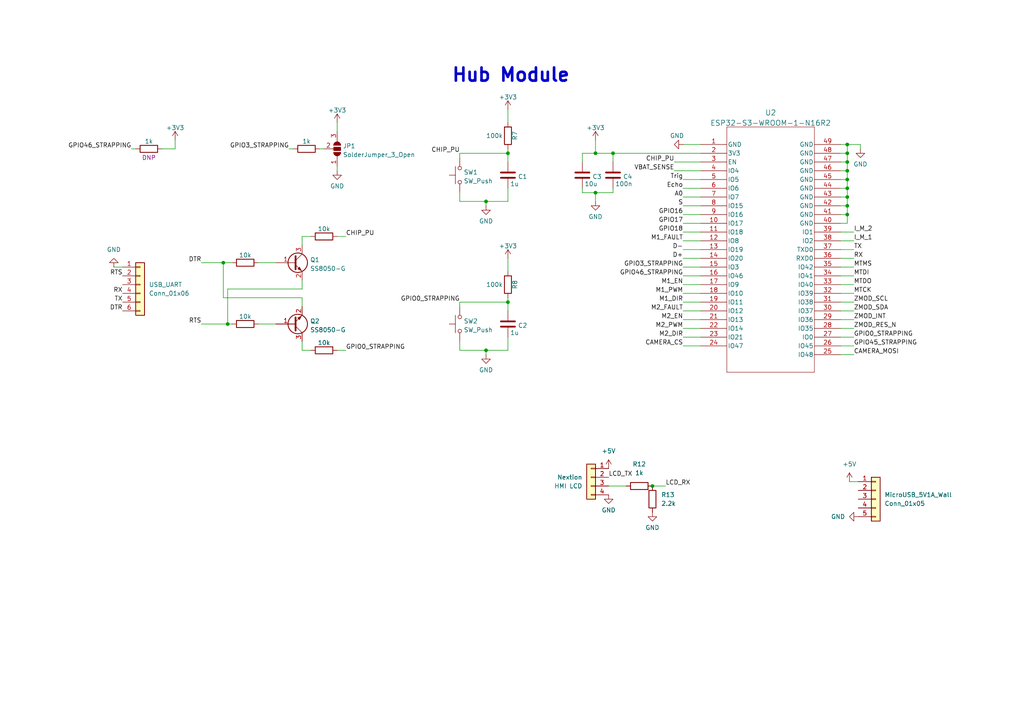
<source format=kicad_sch>
(kicad_sch (version 20230121) (generator eeschema)
  (paper "A4")
  (lib_symbols
    (symbol "Connector_Generic:Conn_01x04" (pin_names (offset 1.016) hide)
      (property "Reference" "J" (at 0 5.08 0))
      (property "Value" "Conn_01x04" (at 0 -7.62 0))
      (symbol "Conn_01x04_1_1"
        (rectangle (start -1.27 -4.953) (end 0 -5.207) (stroke (width 0.1524)))
        (rectangle (start -1.27 -2.413) (end 0 -2.667) (stroke (width 0.1524)))
        (rectangle (start -1.27 0.127) (end 0 -0.127) (stroke (width 0.1524)))
        (rectangle (start -1.27 2.667) (end 0 2.413) (stroke (width 0.1524)))
        (rectangle (start -1.27 3.81) (end 1.27 -6.35) (stroke (width 0.254)) (fill (type background)))
        (pin passive line (at -5.08 2.54 0) (length 3.81) (name "Pin_1") (number "1"))
        (pin passive line (at -5.08 0 0) (length 3.81) (name "Pin_2") (number "2"))
        (pin passive line (at -5.08 -2.54 0) (length 3.81) (name "Pin_3") (number "3"))
        (pin passive line (at -5.08 -5.08 0) (length 3.81) (name "Pin_4") (number "4"))
      )
    )
    (symbol "Connector_Generic:Conn_01x05" (pin_names (offset 1.016) hide)
      (property "Reference" "J" (at 0 7.62 0))
      (property "Value" "Conn_01x05" (at 0 -7.62 0))
      (symbol "Conn_01x05_1_1"
        (rectangle (start -1.27 -4.953) (end 0 -5.207) (stroke (width 0.1524)))
        (rectangle (start -1.27 -2.413) (end 0 -2.667) (stroke (width 0.1524)))
        (rectangle (start -1.27 0.127) (end 0 -0.127) (stroke (width 0.1524)))
        (rectangle (start -1.27 2.667) (end 0 2.413) (stroke (width 0.1524)))
        (rectangle (start -1.27 5.207) (end 0 4.953) (stroke (width 0.1524)))
        (rectangle (start -1.27 6.35) (end 1.27 -6.35) (stroke (width 0.254)) (fill (type background)))
        (pin passive line (at -5.08 5.08 0) (length 3.81) (name "Pin_1") (number "1"))
        (pin passive line (at -5.08 2.54 0) (length 3.81) (name "Pin_2") (number "2"))
        (pin passive line (at -5.08 0 0) (length 3.81) (name "Pin_3") (number "3"))
        (pin passive line (at -5.08 -2.54 0) (length 3.81) (name "Pin_4") (number "4"))
        (pin passive line (at -5.08 -5.08 0) (length 3.81) (name "Pin_5") (number "5"))
      )
    )
    (symbol "Connector_Generic:Conn_01x06" (pin_names (offset 1.016) hide)
      (property "Reference" "J" (at 0 7.62 0))
      (property "Value" "Conn_01x06" (at 0 -10.16 0))
      (symbol "Conn_01x06_1_1"
        (rectangle (start -1.27 -7.493) (end 0 -7.747) (stroke (width 0.1524)))
        (rectangle (start -1.27 -4.953) (end 0 -5.207) (stroke (width 0.1524)))
        (rectangle (start -1.27 -2.413) (end 0 -2.667) (stroke (width 0.1524)))
        (rectangle (start -1.27 0.127) (end 0 -0.127) (stroke (width 0.1524)))
        (rectangle (start -1.27 2.667) (end 0 2.413) (stroke (width 0.1524)))
        (rectangle (start -1.27 5.207) (end 0 4.953) (stroke (width 0.1524)))
        (rectangle (start -1.27 6.35) (end 1.27 -8.89) (stroke (width 0.254)) (fill (type background)))
        (pin passive line (at -5.08 5.08 0) (length 3.81) (name "Pin_1") (number "1"))
        (pin passive line (at -5.08 2.54 0) (length 3.81) (name "Pin_2") (number "2"))
        (pin passive line (at -5.08 0 0) (length 3.81) (name "Pin_3") (number "3"))
        (pin passive line (at -5.08 -2.54 0) (length 3.81) (name "Pin_4") (number "4"))
        (pin passive line (at -5.08 -5.08 0) (length 3.81) (name "Pin_5") (number "5"))
        (pin passive line (at -5.08 -7.62 0) (length 3.81) (name "Pin_6") (number "6"))
      )
    )
    (symbol "Device:Q_NPN_BEC" (pin_names (offset 0) hide)
      (property "Reference" "Q" (at 5.08 1.27 0))
      (property "Value" "Q_NPN_BEC" (at 5.08 -1.27 0))
      (symbol "Q_NPN_BEC_0_1"
        (polyline (pts (xy 0.635 0.635) (xy 2.54 2.54)))
        (polyline (pts (xy 0.635 -0.635) (xy 2.54 -2.54) (xy 2.54 -2.54)))
        (polyline (pts (xy 0.635 1.905) (xy 0.635 -1.905) (xy 0.635 -1.905)) (stroke (width 0.508)))
        (polyline (pts (xy 1.27 -1.778) (xy 1.778 -1.27) (xy 2.286 -2.286) (xy 1.27 -1.778) (xy 1.27 -1.778)) (fill (type outline)))
        (circle (center 1.27 0) (radius 2.8194) (stroke (width 0.254)))
      )
      (symbol "Q_NPN_BEC_1_1"
        (pin input line (at -5.08 0 0) (length 5.715) (name "B") (number "1"))
        (pin passive line (at 2.54 -5.08 90) (length 2.54) (name "E") (number "2"))
        (pin passive line (at 2.54 5.08 270) (length 2.54) (name "C") (number "3"))
      )
    )
    (symbol "Device:R" (pin_numbers hide) (pin_names (offset 0))
      (property "Reference" "R" (at 2.032 0 90))
      (property "Value" "R" (at 0 0 90))
      (symbol "R_0_1"
        (rectangle (start -1.016 -2.54) (end 1.016 2.54) (stroke (width 0.254)))
      )
      (symbol "R_1_1"
        (pin passive line (at 0 3.81 270) (length 1.27) (name "~") (number "1"))
        (pin passive line (at 0 -3.81 90) (length 1.27) (name "~") (number "2"))
      )
    )
    (symbol "Jumper:SolderJumper_3_Open" (pin_names (offset 0) hide)
      (property "Reference" "JP" (at -2.54 -2.54 0))
      (property "Value" "SolderJumper_3_Open" (at 0 2.794 0))
      (symbol "SolderJumper_3_Open_0_1"
        (arc (start -1.016 1.016) (mid -2.0276 0) (end -1.016 -1.016))
        (arc (start -1.016 1.016) (mid -2.0276 0) (end -1.016 -1.016) (fill (type outline)))
        (rectangle (start -0.508 1.016) (end 0.508 -1.016) (fill (type outline)))
        (polyline (pts (xy -2.54 0) (xy -2.032 0)))
        (polyline (pts (xy -1.016 1.016) (xy -1.016 -1.016)))
        (polyline (pts (xy 0 -1.27) (xy 0 -1.016)))
        (polyline (pts (xy 1.016 1.016) (xy 1.016 -1.016)))
        (polyline (pts (xy 2.54 0) (xy 2.032 0)))
        (arc (start 1.016 -1.016) (mid 2.0276 0) (end 1.016 1.016))
        (arc (start 1.016 -1.016) (mid 2.0276 0) (end 1.016 1.016) (fill (type outline)))
      )
      (symbol "SolderJumper_3_Open_1_1"
        (pin passive line (at -5.08 0 0) (length 2.54) (name "A") (number "1"))
        (pin passive line (at 0 -3.81 90) (length 2.54) (name "C") (number "2"))
        (pin passive line (at 5.08 0 180) (length 2.54) (name "B") (number "3"))
      )
    )
    (symbol "Switch:SW_Push" (pin_numbers hide) (pin_names (offset 1.016) hide)
      (property "Reference" "SW" (at 1.27 2.54 0))
      (property "Value" "SW_Push" (at 0 -1.524 0))
      (symbol "SW_Push_0_1"
        (circle (center -2.032 0) (radius 0.508))
        (polyline (pts (xy 0 1.27) (xy 0 3.048)))
        (polyline (pts (xy 2.54 1.27) (xy -2.54 1.27)))
        (circle (center 2.032 0) (radius 0.508))
        (pin passive line (at -5.08 0 0) (length 2.54) (name "1") (number "1"))
        (pin passive line (at 5.08 0 180) (length 2.54) (name "2") (number "2"))
      )
    )
    (symbol "basic:C" (pin_numbers hide) (pin_names (offset 0.254))
      (property "Reference" "C" (at 0.635 2.54 0))
      (symbol "C_0_1"
        (polyline (pts (xy -2.032 -0.762) (xy 2.032 -0.762)) (stroke (width 0.508)))
        (polyline (pts (xy -2.032 0.762) (xy 2.032 0.762)) (stroke (width 0.508)))
      )
      (symbol "C_1_1"
        (pin passive line (at 0 3.81 270) (length 2.794) (name "~") (number "1"))
        (pin passive line (at 0 -3.81 90) (length 2.794) (name "~") (number "2"))
      )
    )
    (symbol "basic:R" (pin_numbers hide) (pin_names (offset 0))
      (property "Value" "R" (at 0 0 90))
      (symbol "R_0_1"
        (rectangle (start -1.016 -2.54) (end 1.016 2.54) (stroke (width 0.254)))
      )
      (symbol "R_1_1"
        (pin passive line (at 0 3.81 270) (length 1.27) (name "~") (number "1"))
        (pin passive line (at 0 -3.81 90) (length 1.27) (name "~") (number "2"))
      )
    )
    (symbol "local_symbols:ESP32-S3-WROOM-1-N16R2" (pin_names (offset 0.254))
      (property "Reference" "U" (at 20.32 10.16 0))
      (property "Value" "ESP32-S3-WROOM-1-N16R2" (at 20.32 7.62 0))
      (symbol "ESP32-S3-WROOM-1-N16R2_0_1"
        (polyline (pts (xy 7.62 -66.04) (xy 33.02 -66.04)) (stroke (width 0.127)))
        (polyline (pts (xy 7.62 5.08) (xy 7.62 -66.04)) (stroke (width 0.127)))
        (polyline (pts (xy 33.02 -66.04) (xy 33.02 5.08)) (stroke (width 0.127)))
        (polyline (pts (xy 33.02 5.08) (xy 7.62 5.08)) (stroke (width 0.127)))
        (pin power_out line (at 0 0 0) (length 7.62) (name "GND") (number "1"))
        (pin bidirectional line (at 0 -22.86 0) (length 7.62) (name "IO17") (number "10"))
        (pin bidirectional line (at 0 -25.4 0) (length 7.62) (name "IO18") (number "11"))
        (pin bidirectional line (at 0 -27.94 0) (length 7.62) (name "IO8") (number "12"))
        (pin bidirectional line (at 0 -30.48 0) (length 7.62) (name "IO19") (number "13"))
        (pin bidirectional line (at 0 -33.02 0) (length 7.62) (name "IO20") (number "14"))
        (pin bidirectional line (at 0 -35.56 0) (length 7.62) (name "IO3") (number "15"))
        (pin bidirectional line (at 0 -38.1 0) (length 7.62) (name "IO46") (number "16"))
        (pin bidirectional line (at 0 -40.64 0) (length 7.62) (name "IO9") (number "17"))
        (pin bidirectional line (at 0 -43.18 0) (length 7.62) (name "IO10") (number "18"))
        (pin bidirectional line (at 0 -45.72 0) (length 7.62) (name "IO11") (number "19"))
        (pin power_in line (at 0 -2.54 0) (length 7.62) (name "3V3") (number "2"))
        (pin bidirectional line (at 0 -48.26 0) (length 7.62) (name "IO12") (number "20"))
        (pin bidirectional line (at 0 -50.8 0) (length 7.62) (name "IO13") (number "21"))
        (pin bidirectional line (at 0 -53.34 0) (length 7.62) (name "IO14") (number "22"))
        (pin bidirectional line (at 0 -55.88 0) (length 7.62) (name "IO21") (number "23"))
        (pin bidirectional line (at 0 -58.42 0) (length 7.62) (name "IO47") (number "24"))
        (pin bidirectional line (at 40.64 -60.96 180) (length 7.62) (name "IO48") (number "25"))
        (pin bidirectional line (at 40.64 -58.42 180) (length 7.62) (name "IO45") (number "26"))
        (pin bidirectional line (at 40.64 -55.88 180) (length 7.62) (name "IO0") (number "27"))
        (pin bidirectional line (at 40.64 -53.34 180) (length 7.62) (name "IO35") (number "28"))
        (pin bidirectional line (at 40.64 -50.8 180) (length 7.62) (name "IO36") (number "29"))
        (pin input line (at 0 -5.08 0) (length 7.62) (name "EN") (number "3"))
        (pin bidirectional line (at 40.64 -48.26 180) (length 7.62) (name "IO37") (number "30"))
        (pin bidirectional line (at 40.64 -45.72 180) (length 7.62) (name "IO38") (number "31"))
        (pin bidirectional line (at 40.64 -43.18 180) (length 7.62) (name "IO39") (number "32"))
        (pin bidirectional line (at 40.64 -40.64 180) (length 7.62) (name "IO40") (number "33"))
        (pin bidirectional line (at 40.64 -38.1 180) (length 7.62) (name "IO41") (number "34"))
        (pin bidirectional line (at 40.64 -35.56 180) (length 7.62) (name "IO42") (number "35"))
        (pin bidirectional line (at 40.64 -33.02 180) (length 7.62) (name "RXD0") (number "36"))
        (pin bidirectional line (at 40.64 -30.48 180) (length 7.62) (name "TXD0") (number "37"))
        (pin bidirectional line (at 40.64 -27.94 180) (length 7.62) (name "IO2") (number "38"))
        (pin bidirectional line (at 40.64 -25.4 180) (length 7.62) (name "IO1") (number "39"))
        (pin bidirectional line (at 0 -7.62 0) (length 7.62) (name "IO4") (number "4"))
        (pin power_out line (at 40.64 -22.86 180) (length 7.62) (name "GND") (number "40"))
        (pin power_out line (at 40.64 -20.32 180) (length 7.62) (name "GND") (number "41"))
        (pin power_out line (at 40.64 -17.78 180) (length 7.62) (name "GND") (number "42"))
        (pin power_out line (at 40.64 -15.24 180) (length 7.62) (name "GND") (number "43"))
        (pin power_out line (at 40.64 -12.7 180) (length 7.62) (name "GND") (number "44"))
        (pin power_out line (at 40.64 -10.16 180) (length 7.62) (name "GND") (number "45"))
        (pin power_out line (at 40.64 -7.62 180) (length 7.62) (name "GND") (number "46"))
        (pin power_out line (at 40.64 -5.08 180) (length 7.62) (name "GND") (number "47"))
        (pin power_out line (at 40.64 -2.54 180) (length 7.62) (name "GND") (number "48"))
        (pin power_out line (at 40.64 0 180) (length 7.62) (name "GND") (number "49"))
        (pin bidirectional line (at 0 -10.16 0) (length 7.62) (name "IO5") (number "5"))
        (pin bidirectional line (at 0 -12.7 0) (length 7.62) (name "IO6") (number "6"))
        (pin bidirectional line (at 0 -15.24 0) (length 7.62) (name "IO7") (number "7"))
        (pin bidirectional line (at 0 -17.78 0) (length 7.62) (name "IO15") (number "8"))
        (pin bidirectional line (at 0 -20.32 0) (length 7.62) (name "IO16") (number "9"))
      )
    )
    (symbol "power:+3V3" (power) (pin_names (offset 0))
      (property "Value" "+3V3" (at 0 3.556 0))
      (symbol "+3V3_0_1"
        (polyline (pts (xy -0.762 1.27) (xy 0 2.54)))
        (polyline (pts (xy 0 0) (xy 0 2.54)))
        (polyline (pts (xy 0 2.54) (xy 0.762 1.27)))
      )
      (symbol "+3V3_1_1"
        (pin power_in line (at 0 0 90) (length 0) hide (name "+3V3") (number "1"))
      )
    )
    (symbol "power:+5V" (power) (pin_names (offset 0))
      (property "Value" "+5V" (at 0 3.556 0))
      (symbol "+5V_0_1"
        (polyline (pts (xy -0.762 1.27) (xy 0 2.54)))
        (polyline (pts (xy 0 0) (xy 0 2.54)))
        (polyline (pts (xy 0 2.54) (xy 0.762 1.27)))
      )
      (symbol "+5V_1_1"
        (pin power_in line (at 0 0 90) (length 0) hide (name "+5V") (number "1"))
      )
    )
    (symbol "power:GND" (power) (pin_names (offset 0))
      (property "Value" "GND" (at 0 -3.81 0))
      (symbol "GND_0_1"
        (polyline (pts (xy 0 0) (xy 0 -1.27) (xy 1.27 -1.27) (xy 0 -2.54) (xy -1.27 -1.27) (xy 0 -1.27)))
      )
      (symbol "GND_1_1"
        (pin power_in line (at 0 0 270) (length 0) hide (name "GND") (number "1"))
      )
    )
  )
  (junction (at 245.745 62.23))
  (junction (at 245.745 59.69))
  (junction (at 245.745 57.15))
  (junction (at 189.23 140.97))
  (junction (at 245.745 49.53))
  (junction (at 140.97 58.42))
  (junction (at 172.72 55.88))
  (junction (at 245.745 44.45))
  (junction (at 172.72 44.45))
  (junction (at 245.745 46.99))
  (junction (at 245.745 52.07))
  (junction (at 147.32 44.45))
  (junction (at 66.04 93.98))
  (junction (at 245.745 54.61))
  (junction (at 147.32 87.63))
  (junction (at 140.97 101.6))
  (junction (at 177.8 44.45))
  (junction (at 64.77 76.2))
  (junction (at 245.745 41.91))
  (wire (pts (xy 177.8 54.61) (xy 177.8 55.88)))
  (wire (pts (xy 87.63 68.58) (xy 87.63 71.12)))
  (wire (pts (xy 245.745 54.61) (xy 245.745 52.07)))
  (wire (pts (xy 133.35 58.42) (xy 140.97 58.42)))
  (wire (pts (xy 97.79 101.6) (xy 100.33 101.6)))
  (wire (pts (xy 97.79 35.56) (xy 97.79 38.1)))
  (wire (pts (xy 87.63 81.28) (xy 87.63 83.82)))
  (wire (pts (xy 177.8 44.45) (xy 203.2 44.45)))
  (wire (pts (xy 198.12 67.31) (xy 203.2 67.31)))
  (wire (pts (xy 147.32 31.75) (xy 147.32 35.56)))
  (wire (pts (xy 64.77 76.2) (xy 67.31 76.2)))
  (wire (pts (xy 97.79 68.58) (xy 100.33 68.58)))
  (wire (pts (xy 147.32 43.18) (xy 147.32 44.45)))
  (wire (pts (xy 243.84 74.93) (xy 247.65 74.93)))
  (wire (pts (xy 133.35 88.9) (xy 133.35 87.63)))
  (wire (pts (xy 195.58 49.53) (xy 203.2 49.53)))
  (wire (pts (xy 243.84 62.23) (xy 245.745 62.23)))
  (wire (pts (xy 243.84 90.17) (xy 247.65 90.17)))
  (wire (pts (xy 243.84 102.87) (xy 247.65 102.87)))
  (wire (pts (xy 133.35 99.06) (xy 133.35 101.6)))
  (wire (pts (xy 198.12 41.91) (xy 203.2 41.91)))
  (wire (pts (xy 243.84 64.77) (xy 245.745 64.77)))
  (wire (pts (xy 92.71 43.18) (xy 93.98 43.18)))
  (wire (pts (xy 46.99 43.18) (xy 50.8 43.18)))
  (wire (pts (xy 243.84 54.61) (xy 245.745 54.61)))
  (wire (pts (xy 243.84 49.53) (xy 245.745 49.53)))
  (wire (pts (xy 243.84 87.63) (xy 247.65 87.63)))
  (wire (pts (xy 198.12 72.39) (xy 203.2 72.39)))
  (wire (pts (xy 172.72 55.88) (xy 172.72 58.42)))
  (wire (pts (xy 243.84 59.69) (xy 245.745 59.69)))
  (wire (pts (xy 198.12 100.33) (xy 203.2 100.33)))
  (wire (pts (xy 198.12 80.01) (xy 203.2 80.01)))
  (wire (pts (xy 90.17 68.58) (xy 87.63 68.58)))
  (wire (pts (xy 87.63 83.82) (xy 66.04 83.82)))
  (wire (pts (xy 147.32 44.45) (xy 147.32 46.99)))
  (wire (pts (xy 74.93 93.98) (xy 80.01 93.98)))
  (wire (pts (xy 87.63 88.9) (xy 87.63 86.36)))
  (wire (pts (xy 198.12 85.09) (xy 203.2 85.09)))
  (wire (pts (xy 147.32 97.79) (xy 147.32 101.6)))
  (wire (pts (xy 245.745 59.69) (xy 245.745 57.15)))
  (wire (pts (xy 198.12 52.07) (xy 203.2 52.07)))
  (wire (pts (xy 243.84 46.99) (xy 245.745 46.99)))
  (wire (pts (xy 168.91 44.45) (xy 172.72 44.45)))
  (wire (pts (xy 198.12 69.85) (xy 203.2 69.85)))
  (wire (pts (xy 249.555 43.18) (xy 249.555 41.91)))
  (wire (pts (xy 133.35 45.72) (xy 133.35 44.45)))
  (wire (pts (xy 245.745 44.45) (xy 243.84 44.45)))
  (wire (pts (xy 243.84 69.85) (xy 247.65 69.85)))
  (wire (pts (xy 198.12 62.23) (xy 203.2 62.23)))
  (wire (pts (xy 147.32 58.42) (xy 140.97 58.42)))
  (wire (pts (xy 243.84 77.47) (xy 247.65 77.47)))
  (wire (pts (xy 198.12 54.61) (xy 203.2 54.61)))
  (wire (pts (xy 33.02 77.47) (xy 35.56 77.47)))
  (wire (pts (xy 83.82 43.18) (xy 85.09 43.18)))
  (wire (pts (xy 243.84 72.39) (xy 247.65 72.39)))
  (wire (pts (xy 147.32 74.93) (xy 147.32 78.74)))
  (wire (pts (xy 133.35 87.63) (xy 147.32 87.63)))
  (wire (pts (xy 38.1 43.18) (xy 39.37 43.18)))
  (wire (pts (xy 198.12 95.25) (xy 203.2 95.25)))
  (wire (pts (xy 140.97 58.42) (xy 140.97 59.69)))
  (wire (pts (xy 243.84 100.33) (xy 247.65 100.33)))
  (wire (pts (xy 58.42 93.98) (xy 66.04 93.98)))
  (wire (pts (xy 243.84 67.31) (xy 247.65 67.31)))
  (wire (pts (xy 243.84 95.25) (xy 247.65 95.25)))
  (wire (pts (xy 245.745 41.91) (xy 245.745 44.45)))
  (wire (pts (xy 147.32 87.63) (xy 147.32 90.17)))
  (wire (pts (xy 198.12 64.77) (xy 203.2 64.77)))
  (wire (pts (xy 147.32 86.36) (xy 147.32 87.63)))
  (wire (pts (xy 87.63 99.06) (xy 87.63 101.6)))
  (wire (pts (xy 147.32 101.6) (xy 140.97 101.6)))
  (wire (pts (xy 133.35 101.6) (xy 140.97 101.6)))
  (wire (pts (xy 198.12 77.47) (xy 203.2 77.47)))
  (wire (pts (xy 66.04 93.98) (xy 67.31 93.98)))
  (wire (pts (xy 172.72 55.88) (xy 177.8 55.88)))
  (wire (pts (xy 198.12 74.93) (xy 203.2 74.93)))
  (wire (pts (xy 147.32 54.61) (xy 147.32 58.42)))
  (wire (pts (xy 168.91 54.61) (xy 168.91 55.88)))
  (wire (pts (xy 189.23 140.97) (xy 193.04 140.97)))
  (wire (pts (xy 64.77 86.36) (xy 64.77 76.2)))
  (wire (pts (xy 140.97 101.6) (xy 140.97 102.87)))
  (wire (pts (xy 133.35 55.88) (xy 133.35 58.42)))
  (wire (pts (xy 245.745 52.07) (xy 245.745 49.53)))
  (wire (pts (xy 243.84 85.09) (xy 247.65 85.09)))
  (wire (pts (xy 243.84 41.91) (xy 245.745 41.91)))
  (wire (pts (xy 66.04 83.82) (xy 66.04 93.98)))
  (wire (pts (xy 195.58 46.99) (xy 203.2 46.99)))
  (wire (pts (xy 243.84 82.55) (xy 247.65 82.55)))
  (wire (pts (xy 245.745 41.91) (xy 249.555 41.91)))
  (wire (pts (xy 243.84 57.15) (xy 245.745 57.15)))
  (wire (pts (xy 245.745 64.77) (xy 245.745 62.23)))
  (wire (pts (xy 243.84 97.79) (xy 247.65 97.79)))
  (wire (pts (xy 172.72 44.45) (xy 177.8 44.45)))
  (wire (pts (xy 74.93 76.2) (xy 80.01 76.2)))
  (wire (pts (xy 168.91 46.99) (xy 168.91 44.45)))
  (wire (pts (xy 198.12 59.69) (xy 203.2 59.69)))
  (wire (pts (xy 97.79 48.26) (xy 97.79 49.53)))
  (wire (pts (xy 87.63 86.36) (xy 64.77 86.36)))
  (wire (pts (xy 198.12 82.55) (xy 203.2 82.55)))
  (wire (pts (xy 243.84 80.01) (xy 247.65 80.01)))
  (wire (pts (xy 245.745 57.15) (xy 245.745 54.61)))
  (wire (pts (xy 245.745 49.53) (xy 245.745 46.99)))
  (wire (pts (xy 168.91 55.88) (xy 172.72 55.88)))
  (wire (pts (xy 50.8 40.64) (xy 50.8 43.18)))
  (wire (pts (xy 243.84 52.07) (xy 245.745 52.07)))
  (wire (pts (xy 198.12 87.63) (xy 203.2 87.63)))
  (wire (pts (xy 198.12 90.17) (xy 203.2 90.17)))
  (wire (pts (xy 246.38 139.7) (xy 248.92 139.7)))
  (wire (pts (xy 58.42 76.2) (xy 64.77 76.2)))
  (wire (pts (xy 198.12 92.71) (xy 203.2 92.71)))
  (wire (pts (xy 177.8 44.45) (xy 177.8 46.99)))
  (wire (pts (xy 245.745 62.23) (xy 245.745 59.69)))
  (wire (pts (xy 87.63 101.6) (xy 90.17 101.6)))
  (wire (pts (xy 243.84 92.71) (xy 247.65 92.71)))
  (wire (pts (xy 198.12 97.79) (xy 203.2 97.79)))
  (wire (pts (xy 198.12 57.15) (xy 203.2 57.15)))
  (wire (pts (xy 133.35 44.45) (xy 147.32 44.45)))
  (wire (pts (xy 172.72 40.64) (xy 172.72 44.45)))
  (wire (pts (xy 181.61 140.97) (xy 176.53 140.97)))
  (wire (pts (xy 245.745 46.99) (xy 245.745 44.45)))
  (text "Hub Module\n" (at 130.81 24.13 0) (effects (font (size 3.81 3.81) (thickness 0.762) bold) (justify left bottom)))
  (label "CAMERA_MOSI" (at 247.65 102.87 0))
  (label "GPIO0_STRAPPING" (at 100.33 101.6 0))
  (label "Echo" (at 198.12 54.61 180))
  (label "CHIP_PU" (at 100.33 68.58 0))
  (label "RTS" (at 58.42 93.98 180))
  (label "LCD_RX" (at 193.04 140.97 0))
  (label "D+" (at 198.12 74.93 180))
  (label "GPIO0_STRAPPING" (at 133.35 87.63 180))
  (label "ZMOD_RES_N" (at 247.65 95.25 0))
  (label "RX" (at 35.56 85.09 180))
  (label "CAMERA_CS" (at 198.12 100.33 180))
  (label "GPIO0_STRAPPING" (at 247.65 97.79 0))
  (label "ZMOD_INT" (at 247.65 92.71 0))
  (label "M2_FAULT" (at 198.12 90.17 180))
  (label "ZMOD_SCL" (at 247.65 87.63 0))
  (label "I_M_2" (at 247.65 67.31 0))
  (label "TX" (at 35.56 87.63 180))
  (label "MTMS" (at 247.65 77.47 0))
  (label "GPIO46_STRAPPING" (at 38.1 43.18 180))
  (label "M2_DIR" (at 198.12 97.79 180))
  (label "M1_PWM" (at 198.12 85.09 180))
  (label "GPIO18" (at 198.12 67.31 180))
  (label "M2_PWM" (at 198.12 95.25 180))
  (label "TX" (at 247.65 72.39 0))
  (label "GPIO16" (at 198.12 62.23 180))
  (label "GPIO45_STRAPPING" (at 247.65 100.33 0))
  (label "A0" (at 198.12 57.15 180))
  (label "GPIO17" (at 198.12 64.77 180))
  (label "M1_DIR" (at 198.12 87.63 180))
  (label "MTDI" (at 247.65 80.01 0))
  (label "DTR" (at 35.56 90.17 180))
  (label "M1_FAULT" (at 198.12 69.85 180))
  (label "M2_EN" (at 198.12 92.71 180))
  (label "S" (at 198.12 59.69 180))
  (label "Trig" (at 198.12 52.07 180))
  (label "MTDO" (at 247.65 82.55 0))
  (label "GPIO46_STRAPPING" (at 198.12 80.01 180))
  (label "RTS" (at 35.56 80.01 180))
  (label "VBAT_SENSE" (at 195.58 49.53 180))
  (label "I_M_1" (at 247.65 69.85 0))
  (label "M1_EN" (at 198.12 82.55 180))
  (label "DTR" (at 58.42 76.2 180))
  (label "GPIO3_STRAPPING" (at 198.12 77.47 180))
  (label "MTCK" (at 247.65 85.09 0))
  (label "RX" (at 247.65 74.93 0))
  (label "D-" (at 198.12 72.39 180))
  (label "LCD_TX" (at 176.53 138.43 0))
  (label "CHIP_PU" (at 133.35 44.45 180))
  (label "GPIO3_STRAPPING" (at 83.82 43.18 180))
  (label "ZMOD_SDA" (at 247.65 90.17 0))
  (label "CHIP_PU" (at 195.58 46.99 180))
  (symbol (lib_id "basic:C") (at 168.91 50.8 0) (unit 1)
    (property "Reference" "C3" (at 171.831 51.2338 0) (effects (justify left)))
    (property "Value" "10u" (at 169.545 53.34 0) (effects (justify left)))
    (property "Footprint" "Capacitor_SMD:C_0805_2012Metric" (effects hide))
  )
  (symbol (lib_id "power:+3V3") (at 172.72 40.64 0) (unit 1)
    (property "Reference" "#PWR08" (effects hide))
    (property "Value" "+3V3" (at 172.72 37.0642 0))
  )
  (symbol (lib_id "local_symbols:ESP32-S3-WROOM-1-N16R2") (at 203.2 41.91 0) (unit 1)
    (property "Reference" "U2" (at 223.52 32.6824 0) (effects (font (size 1.524 1.524))))
    (property "Value" "ESP32-S3-WROOM-1-N16R2" (at 223.52 35.6758 0) (effects (font (size 1.524 1.524))))
    (property "Footprint" "local_footprints:ESP32-S3-WROOM-1_EXP" (effects hide))
    (property "Datasheet" "ESP32-S3-WROOM-1-N16R2" (effects hide))
  )
  (symbol (lib_id "power:GND") (at 249.555 43.18 0) (unit 1)
    (property "Reference" "#PWR011" (effects hide))
    (property "Value" "GND" (at 249.555 47.6234 0))
  )
  (symbol (lib_id "Switch:SW_Push") (at 133.35 50.8 90) (unit 1)
    (property "Reference" "SW1" (at 134.493 49.9653 90) (effects (justify right)))
    (property "Value" "SW_Push" (at 134.493 52.5022 90) (effects (justify right)))
    (property "Footprint" "Button_Switch_SMD:SW_SPST_B3S-1000" (effects hide))
    (property "Datasheet" "https://www.digikey.com/en/products/detail/omron-electronics-inc-emc-div/B3S-1000/20686" (effects hide))
  )
  (symbol (lib_id "Connector_Generic:Conn_01x05") (at 254 144.78 0) (unit 1)
    (property "Reference" "MicroUSB_5V1A_Wall" (at 256.54 143.51 0) (effects (justify left)))
    (property "Value" "Conn_01x05" (at 256.54 146.05 0) (effects (justify left)))
  )
  (symbol (lib_id "Connector_Generic:Conn_01x06") (at 40.64 82.55 0) (unit 1)
    (property "Reference" "USB_UART" (at 43.18 82.55 0) (effects (justify left)))
    (property "Value" "Conn_01x06" (at 43.18 85.09 0) (effects (justify left)))
  )
  (symbol (lib_id "Connector_Generic:Conn_01x04") (at 171.45 138.43 0) (mirror y) (unit 1)
    (property "Reference" "Nextion" (at 168.91 138.43 0) (effects (justify left)))
    (property "Value" "HMI LCD" (at 168.91 140.97 0) (effects (justify left)))
  )
  (symbol (lib_id "basic:R") (at 147.32 39.37 0) (unit 1)
    (property "Reference" "R7" (at 149.352 39.37 90))
    (property "Value" "100k" (at 140.97 39.37 0) (effects (justify left)))
    (property "Footprint" "Resistor_SMD:R_0805_2012Metric" (effects hide))
  )
  (symbol (lib_id "power:GND") (at 97.79 49.53 0) (unit 1)
    (property "Reference" "#PWR03" (effects hide))
    (property "Value" "GND" (at 97.79 53.9734 0))
  )
  (symbol (lib_id "power:+3V3") (at 147.32 74.93 0) (unit 1)
    (property "Reference" "#PWR07" (effects hide))
    (property "Value" "+3V3" (at 147.32 71.3542 0))
  )
  (symbol (lib_id "power:GND") (at 198.12 41.91 270) (unit 1)
    (property "Reference" "#PWR010" (effects hide))
    (property "Value" "GND" (at 194.31 39.37 90) (effects (justify left)))
  )
  (symbol (lib_id "basic:R") (at 71.12 76.2 90) (unit 1)
    (property "Reference" "R2" (effects hide))
    (property "Value" "10k" (at 71.12 74.0212 90))
    (property "Footprint" "Resistor_SMD:R_0805_2012Metric" (effects hide))
  )
  (symbol (lib_id "power:+3V3") (at 50.8 40.64 0) (unit 1)
    (property "Reference" "#PWR01" (effects hide))
    (property "Value" "+3V3" (at 50.8 37.0642 0))
  )
  (symbol (lib_id "power:GND") (at 140.97 59.69 0) (unit 1)
    (property "Reference" "#PWR04" (effects hide))
    (property "Value" "GND" (at 140.97 64.1334 0))
  )
  (symbol (lib_id "Device:R") (at 185.42 140.97 90) (unit 1)
    (property "Reference" "R12" (at 185.42 134.62 90))
    (property "Value" "1k" (at 185.42 137.16 90))
  )
  (symbol (lib_id "Device:R") (at 189.23 144.78 0) (unit 1)
    (property "Reference" "R13" (at 191.77 143.51 0) (effects (justify left)))
    (property "Value" "2.2k" (at 191.77 146.05 0) (effects (justify left)))
  )
  (symbol (lib_id "power:+3V3") (at 97.79 35.56 0) (unit 1)
    (property "Reference" "#PWR02" (effects hide))
    (property "Value" "+3V3" (at 97.79 31.9842 0))
  )
  (symbol (lib_id "Jumper:SolderJumper_3_Open") (at 97.79 43.18 270) (mirror x) (unit 1)
    (property "Reference" "JP1" (at 99.441 42.3453 90) (effects (justify left)))
    (property "Value" "SolderJumper_3_Open" (at 99.441 44.8822 90) (effects (justify left)))
    (property "Footprint" "Jumper:SolderJumper-3_P2.0mm_Open_TrianglePad1.0x1.5mm" (effects hide))
  )
  (symbol (lib_id "power:+5V") (at 176.53 135.89 0) (unit 1)
    (property "Reference" "#PWR024" (effects hide))
    (property "Value" "+5V" (at 176.53 130.81 0))
  )
  (symbol (lib_id "Device:Q_NPN_BEC") (at 85.09 93.98 0) (mirror x) (unit 1)
    (property "Reference" "Q2" (at 89.9414 93.1453 0) (effects (justify left)))
    (property "Value" "SS8050-G" (at 89.9414 95.6822 0) (effects (justify left)))
    (property "Footprint" "Package_TO_SOT_SMD:SOT-23" (effects hide))
  )
  (symbol (lib_id "Switch:SW_Push") (at 133.35 93.98 90) (unit 1)
    (property "Reference" "SW2" (at 134.493 93.1453 90) (effects (justify right)))
    (property "Value" "SW_Push" (at 134.493 95.6822 90) (effects (justify right)))
    (property "Footprint" "Button_Switch_SMD:SW_SPST_B3S-1000" (effects hide))
    (property "Datasheet" "https://www.digikey.com/en/products/detail/omron-electronics-inc-emc-div/B3S-1000/20686" (effects hide))
  )
  (symbol (lib_id "basic:R") (at 93.98 68.58 90) (unit 1)
    (property "Reference" "R5" (effects hide))
    (property "Value" "10k" (at 93.98 66.4012 90))
    (property "Footprint" "Resistor_SMD:R_0805_2012Metric" (effects hide))
  )
  (symbol (lib_id "power:+5V") (at 246.38 139.7 0) (unit 1)
    (property "Reference" "#PWR023" (effects hide))
    (property "Value" "+5V" (at 246.38 134.62 0))
  )
  (symbol (lib_id "power:GND") (at 248.92 149.86 270) (unit 1)
    (property "Reference" "#PWR022" (effects hide))
    (property "Value" "GND" (at 245.11 149.86 90) (effects (justify right)))
  )
  (symbol (lib_id "power:GND") (at 33.02 77.47 180) (unit 1)
    (property "Reference" "#PWR020" (effects hide))
    (property "Value" "GND" (at 33.02 72.39 0))
  )
  (symbol (lib_id "basic:C") (at 147.32 50.8 0) (unit 1)
    (property "Reference" "C1" (at 150.241 51.2338 0) (effects (justify left)))
    (property "Value" "1u" (at 147.955 53.34 0) (effects (justify left)))
    (property "Footprint" "Capacitor_SMD:C_0805_2012Metric" (effects hide))
  )
  (symbol (lib_id "basic:C") (at 177.8 50.8 0) (unit 1)
    (property "Reference" "C4" (at 180.721 51.2338 0) (effects (justify left)))
    (property "Value" "100n" (at 178.435 53.34 0) (effects (justify left)))
    (property "Footprint" "Capacitor_SMD:C_0805_2012Metric" (effects hide))
  )
  (symbol (lib_id "power:GND") (at 176.53 143.51 0) (unit 1)
    (property "Reference" "#PWR025" (effects hide))
    (property "Value" "GND" (at 176.53 147.9534 0))
  )
  (symbol (lib_id "power:GND") (at 172.72 58.42 0) (unit 1)
    (property "Reference" "#PWR09" (effects hide))
    (property "Value" "GND" (at 172.72 62.8634 0))
  )
  (symbol (lib_id "basic:C") (at 147.32 93.98 0) (unit 1)
    (property "Reference" "C2" (at 150.241 94.4138 0) (effects (justify left)))
    (property "Value" "1u" (at 147.955 96.52 0) (effects (justify left)))
    (property "Footprint" "Capacitor_SMD:C_0805_2012Metric" (effects hide))
  )
  (symbol (lib_id "basic:R") (at 147.32 82.55 0) (unit 1)
    (property "Reference" "R8" (at 149.352 82.55 90))
    (property "Value" "100k" (at 140.97 82.55 0) (effects (justify left)))
    (property "Footprint" "Resistor_SMD:R_0805_2012Metric" (effects hide))
  )
  (symbol (lib_id "basic:R") (at 88.9 43.18 90) (unit 1)
    (property "Reference" "R4" (effects hide))
    (property "Value" "1k" (at 88.9 41.0012 90))
    (property "Footprint" "Resistor_SMD:R_0805_2012Metric" (effects hide))
  )
  (symbol (lib_id "power:GND") (at 189.23 148.59 0) (unit 1)
    (property "Reference" "#PWR026" (effects hide))
    (property "Value" "GND" (at 189.23 153.0334 0))
  )
  (symbol (lib_id "basic:R") (at 93.98 101.6 90) (unit 1)
    (property "Reference" "R6" (effects hide))
    (property "Value" "10k" (at 93.98 99.4212 90))
    (property "Footprint" "Resistor_SMD:R_0805_2012Metric" (effects hide))
  )
  (symbol (lib_id "power:GND") (at 140.97 102.87 0) (unit 1)
    (property "Reference" "#PWR05" (effects hide))
    (property "Value" "GND" (at 140.97 107.3134 0))
  )
  (symbol (lib_id "basic:R") (at 71.12 93.98 90) (unit 1)
    (property "Reference" "R3" (effects hide))
    (property "Value" "10k" (at 71.12 91.8012 90))
    (property "Footprint" "Resistor_SMD:R_0805_2012Metric" (effects hide))
  )
  (symbol (lib_id "basic:R") (at 43.18 43.18 90) (unit 1)
    (property "Reference" "R1" (effects hide))
    (property "Value" "1k" (at 43.18 41.0012 90))
    (property "Footprint" "Resistor_SMD:R_0805_2012Metric" (effects hide))
    (property "Note" "DNP" (at 43.18 45.72 90))
  )
  (symbol (lib_id "power:+3V3") (at 147.32 31.75 0) (unit 1)
    (property "Reference" "#PWR06" (effects hide))
    (property "Value" "+3V3" (at 147.32 28.1742 0))
  )
  (symbol (lib_id "Device:Q_NPN_BEC") (at 85.09 76.2 0) (unit 1)
    (property "Reference" "Q1" (at 89.9414 75.3653 0) (effects (justify left)))
    (property "Value" "SS8050-G" (at 89.9414 77.9022 0) (effects (justify left)))
    (property "Footprint" "Package_TO_SOT_SMD:SOT-23" (effects hide))
  )
)
</source>
